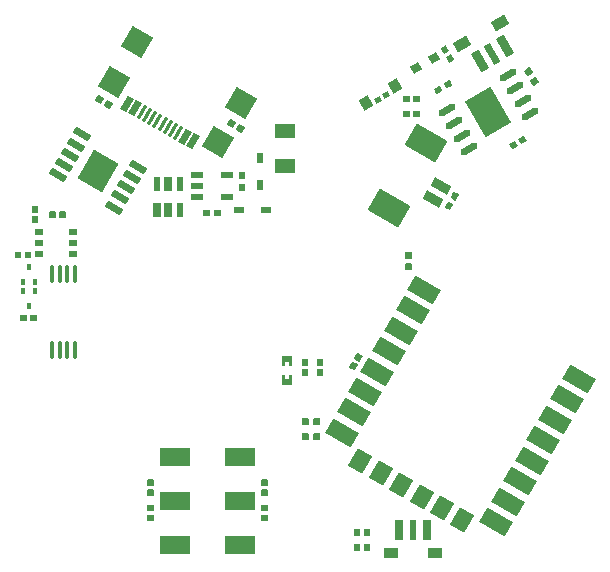
<source format=gtp>
G04 Layer: TopPasteMaskLayer*
G04 EasyEDA v6.5.22, 2023-01-18 14:56:14*
G04 eb7a50f388b942ddb5e33576d95934dd,93c32eb58a6e4653a9b851d96a472eee,10*
G04 Gerber Generator version 0.2*
G04 Scale: 100 percent, Rotated: No, Reflected: No *
G04 Dimensions in millimeters *
G04 leading zeros omitted , absolute positions ,4 integer and 5 decimal *
%FSLAX45Y45*%
%MOMM*%

%AMMACRO1*21,1,$1,$2,0,0,$3*%
%AMMACRO2*1,1,$1,$2,$3*1,1,$1,$4,$5*20,1,$1,$2,$3,$4,$5,0*%
%ADD10R,0.6300X0.8300*%
%ADD11R,0.8300X0.6300*%
%ADD12R,1.7280X1.1901*%
%ADD13MACRO1,0.88X1X-149.9997*%
%ADD14MACRO1,0.88X1X-150.0012*%
%ADD15MACRO1,0.53X0.44X29.9993*%
%ADD16R,0.4000X0.5100*%
%ADD17O,0.3999992X1.499997*%
%ADD18R,0.6223X1.2192*%
%ADD19MACRO1,1.2192X0.6198X-90.0000*%
%ADD20MACRO1,1.2192X0.621X90.0000*%
%ADD21MACRO1,1.2192X0.6236X-90.0000*%
%ADD22MACRO1,2.5X1.4X150.0002*%
%ADD23MACRO1,2.5X1.4X149.9999*%
%ADD24MACRO1,1.7X1.4X60.0000*%
%ADD25MACRO1,1.7X1.4X60.0004*%
%ADD26MACRO1,2.5X1.4X-29.9998*%
%ADD27MACRO1,0.6X1.5X-120.0003*%
%ADD28MACRO1,0.6X1.5X-119.9991*%
%ADD29MACRO1,2.8X2.4X60.0000*%
%ADD30MACRO2,0.6X-0.433X-0.25X0.433X0.25*%
%ADD31MACRO1,3.5001X2.4999X-59.9999*%
%ADD32R,0.8001X0.5105*%
%ADD33MACRO1,0.8X1.6X60.0006*%
%ADD34MACRO1,0.8X1.6X59.9997*%
%ADD35MACRO1,2.1X3X59.9996*%
%ADD36MACRO1,2.1X3X59.9999*%
%ADD37R,2.6000X1.5000*%
%ADD38MACRO1,0.7498X1.7998X-149.9999*%
%ADD39MACRO1,0.5999X1.7998X-149.9994*%
%ADD40MACRO1,0.7498X1.7999X-149.9999*%
%ADD41MACRO1,0.9002X1.3X-60.0000*%
%ADD42R,0.7500X1.8000*%
%ADD43R,0.5999X1.8000*%
%ADD44R,1.3000X0.9000*%
%ADD45R,1.0000X0.6000*%
%ADD46MACRO1,0.8X0.7X30.0003*%
%ADD47MACRO1,0.6X1.3X149.9997*%
%ADD48MACRO1,0.3X1.3X150.0030*%
%ADD49MACRO1,0.3X1.3X150.0006*%
%ADD50MACRO1,0.6X1.3X150.0009*%
%ADD51MACRO1,2X2X150.0001*%
%ADD52MACRO1,2X2X149.9997*%
%ADD53MACRO1,2X2X150.0004*%
%ADD54C,0.0112*%

%LPD*%
G36*
X-98704Y2928416D02*
G01*
X-103682Y2921406D01*
X-103682Y2873400D01*
X-98704Y2868422D01*
X-53695Y2868422D01*
X-48717Y2873400D01*
X-48717Y2921406D01*
X-53695Y2928416D01*
G37*
G36*
X-98704Y3024378D02*
G01*
X-103682Y3019399D01*
X-103682Y2971393D01*
X-98704Y2964383D01*
X-53695Y2964383D01*
X-48717Y2971393D01*
X-48717Y3019399D01*
X-53695Y3024378D01*
G37*
G36*
X-305206Y2707182D02*
G01*
X-312216Y2702204D01*
X-312216Y2657195D01*
X-305206Y2652217D01*
X-257200Y2652217D01*
X-252221Y2657195D01*
X-252221Y2702204D01*
X-257200Y2707182D01*
G37*
G36*
X-403199Y2707182D02*
G01*
X-408178Y2702204D01*
X-408178Y2657195D01*
X-403199Y2652217D01*
X-355193Y2652217D01*
X-348183Y2657195D01*
X-348183Y2702204D01*
X-355193Y2707182D01*
G37*
G36*
X264820Y1311706D02*
G01*
X259791Y1306677D01*
X259791Y1226718D01*
X264820Y1221689D01*
X344779Y1221689D01*
X349808Y1226718D01*
X349808Y1306677D01*
X344779Y1311706D01*
X322021Y1311706D01*
X322021Y1274673D01*
X289001Y1274673D01*
X289001Y1311706D01*
G37*
G36*
X264820Y1470710D02*
G01*
X259791Y1465681D01*
X259791Y1386687D01*
X264820Y1381709D01*
X289001Y1381709D01*
X289001Y1419707D01*
X322021Y1419707D01*
X322021Y1381709D01*
X344779Y1381709D01*
X349808Y1386687D01*
X349808Y1465681D01*
X344779Y1470710D01*
G37*
G36*
X904849Y1495856D02*
G01*
X899414Y1494434D01*
X874369Y1451051D01*
X875842Y1445615D01*
X915669Y1422603D01*
X921156Y1424076D01*
X946150Y1467408D01*
X944676Y1472895D01*
G37*
G36*
X862330Y1422196D02*
G01*
X856843Y1420723D01*
X831850Y1377391D01*
X833323Y1371904D01*
X873150Y1348943D01*
X878586Y1350365D01*
X903630Y1393748D01*
X902157Y1399184D01*
G37*
G36*
X434187Y1358087D02*
G01*
X430174Y1354124D01*
X430174Y1304036D01*
X434187Y1300022D01*
X480212Y1300022D01*
X484225Y1304036D01*
X484225Y1354124D01*
X480212Y1358087D01*
G37*
G36*
X434187Y1443177D02*
G01*
X430174Y1439164D01*
X430174Y1389075D01*
X434187Y1385112D01*
X480212Y1385112D01*
X484225Y1389075D01*
X484225Y1439164D01*
X480212Y1443177D01*
G37*
G36*
X-1912924Y2351125D02*
G01*
X-1916887Y2347112D01*
X-1916887Y2301087D01*
X-1912924Y2297074D01*
X-1862836Y2297074D01*
X-1858822Y2301087D01*
X-1858822Y2347112D01*
X-1862836Y2351125D01*
G37*
G36*
X-1997964Y2351125D02*
G01*
X-2001977Y2347112D01*
X-2001977Y2301087D01*
X-1997964Y2297074D01*
X-1947875Y2297074D01*
X-1943912Y2301087D01*
X-1943912Y2347112D01*
X-1947875Y2351125D01*
G37*
G36*
X-1863140Y1816201D02*
G01*
X-1867103Y1812188D01*
X-1867103Y1766163D01*
X-1863140Y1762150D01*
X-1813052Y1762150D01*
X-1809038Y1766163D01*
X-1809038Y1812188D01*
X-1813052Y1816201D01*
G37*
G36*
X-1948180Y1816201D02*
G01*
X-1952193Y1812188D01*
X-1952193Y1766163D01*
X-1948180Y1762150D01*
X-1898091Y1762150D01*
X-1894128Y1766163D01*
X-1894128Y1812188D01*
X-1898091Y1816201D01*
G37*
G36*
X561187Y1443177D02*
G01*
X557174Y1439164D01*
X557174Y1389075D01*
X561187Y1385112D01*
X607212Y1385112D01*
X611225Y1389075D01*
X611225Y1439164D01*
X607212Y1443177D01*
G37*
G36*
X561187Y1358087D02*
G01*
X557174Y1354124D01*
X557174Y1304036D01*
X561187Y1300022D01*
X607212Y1300022D01*
X611225Y1304036D01*
X611225Y1354124D01*
X607212Y1358087D01*
G37*
G36*
X957326Y1625D02*
G01*
X953312Y-2387D01*
X953312Y-48412D01*
X957326Y-52425D01*
X1007364Y-52425D01*
X1011377Y-48412D01*
X1011377Y-2387D01*
X1007364Y1625D01*
G37*
G36*
X872236Y1625D02*
G01*
X868222Y-2387D01*
X868222Y-48412D01*
X872236Y-52425D01*
X922274Y-52425D01*
X926287Y-48412D01*
X926287Y-2387D01*
X922274Y1625D01*
G37*
G36*
X957326Y-125374D02*
G01*
X953312Y-129387D01*
X953312Y-175412D01*
X957326Y-179425D01*
X1007364Y-179425D01*
X1011377Y-175412D01*
X1011377Y-129387D01*
X1007364Y-125374D01*
G37*
G36*
X872236Y-125374D02*
G01*
X868222Y-129387D01*
X868222Y-175412D01*
X872236Y-179425D01*
X922274Y-179425D01*
X926287Y-175412D01*
X926287Y-129387D01*
X922274Y-125374D01*
G37*
G36*
X1647850Y4099356D02*
G01*
X1608023Y4076395D01*
X1606550Y4070908D01*
X1631543Y4027576D01*
X1637030Y4026103D01*
X1676857Y4049115D01*
X1678330Y4054551D01*
X1653286Y4097934D01*
G37*
G36*
X1690370Y4025696D02*
G01*
X1650542Y4002735D01*
X1649069Y3997248D01*
X1674114Y3953865D01*
X1679549Y3952443D01*
X1719376Y3975404D01*
X1720850Y3980891D01*
X1695856Y4024223D01*
G37*
G36*
X-1851812Y2738577D02*
G01*
X-1855825Y2734564D01*
X-1855825Y2684475D01*
X-1851812Y2680512D01*
X-1805787Y2680512D01*
X-1801774Y2684475D01*
X-1801774Y2734564D01*
X-1805787Y2738577D01*
G37*
G36*
X-1851812Y2653487D02*
G01*
X-1855825Y2649524D01*
X-1855825Y2599436D01*
X-1851812Y2595422D01*
X-1805787Y2595422D01*
X-1801774Y2599436D01*
X-1801774Y2649524D01*
X-1805787Y2653487D01*
G37*
G36*
X1376426Y3544925D02*
G01*
X1372412Y3540912D01*
X1372412Y3494887D01*
X1376426Y3490874D01*
X1426464Y3490874D01*
X1430477Y3494887D01*
X1430477Y3540912D01*
X1426464Y3544925D01*
G37*
G36*
X1291336Y3544925D02*
G01*
X1287322Y3540912D01*
X1287322Y3494887D01*
X1291336Y3490874D01*
X1341374Y3490874D01*
X1345387Y3494887D01*
X1345387Y3540912D01*
X1341374Y3544925D01*
G37*
G36*
X-172008Y3473450D02*
G01*
X-177495Y3471976D01*
X-200456Y3432149D01*
X-199034Y3426714D01*
X-155651Y3401669D01*
X-150164Y3403142D01*
X-127203Y3442970D01*
X-128676Y3448456D01*
G37*
G36*
X-98348Y3430930D02*
G01*
X-103835Y3429457D01*
X-126796Y3389629D01*
X-125323Y3384143D01*
X-81991Y3359150D01*
X-76504Y3360623D01*
X-53543Y3400450D01*
X-54965Y3405886D01*
G37*
G36*
X1376426Y3671925D02*
G01*
X1372412Y3667912D01*
X1372412Y3621887D01*
X1376426Y3617874D01*
X1426464Y3617874D01*
X1430477Y3621887D01*
X1430477Y3667912D01*
X1426464Y3671925D01*
G37*
G36*
X1291336Y3671925D02*
G01*
X1287322Y3667912D01*
X1287322Y3621887D01*
X1291336Y3617874D01*
X1341374Y3617874D01*
X1345387Y3621887D01*
X1345387Y3667912D01*
X1341374Y3671925D01*
G37*
G36*
X-1705864Y2694025D02*
G01*
X-1709877Y2690012D01*
X-1709877Y2643987D01*
X-1705864Y2639974D01*
X-1655775Y2639974D01*
X-1651812Y2643987D01*
X-1651812Y2690012D01*
X-1655775Y2694025D01*
G37*
G36*
X-1620824Y2694025D02*
G01*
X-1624787Y2690012D01*
X-1624787Y2643987D01*
X-1620824Y2639974D01*
X-1570736Y2639974D01*
X-1566722Y2643987D01*
X-1566722Y2690012D01*
X-1570736Y2694025D01*
G37*
G36*
X-1215948Y3634130D02*
G01*
X-1221384Y3632657D01*
X-1244396Y3592829D01*
X-1242923Y3587343D01*
X-1199591Y3562350D01*
X-1194104Y3563823D01*
X-1171143Y3603650D01*
X-1172565Y3609086D01*
G37*
G36*
X-1289608Y3676650D02*
G01*
X-1295095Y3675176D01*
X-1318056Y3635349D01*
X-1316634Y3629914D01*
X-1273251Y3604869D01*
X-1267815Y3606342D01*
X-1244803Y3646170D01*
X-1246276Y3651656D01*
G37*
G36*
X2305608Y3333750D02*
G01*
X2262276Y3308756D01*
X2260803Y3303270D01*
X2283764Y3263442D01*
X2289251Y3261969D01*
X2332634Y3287014D01*
X2334056Y3292449D01*
X2311095Y3332276D01*
G37*
G36*
X2231948Y3291230D02*
G01*
X2188565Y3266186D01*
X2187143Y3260750D01*
X2210104Y3220923D01*
X2215591Y3219450D01*
X2258923Y3244443D01*
X2260396Y3249930D01*
X2237435Y3289757D01*
G37*
G36*
X91287Y126187D02*
G01*
X87274Y122224D01*
X87274Y72136D01*
X91287Y68122D01*
X137312Y68122D01*
X141325Y72136D01*
X141325Y122224D01*
X137312Y126187D01*
G37*
G36*
X91287Y211277D02*
G01*
X87274Y207264D01*
X87274Y157175D01*
X91287Y153212D01*
X137312Y153212D01*
X141325Y157175D01*
X141325Y207264D01*
X137312Y211277D01*
G37*
G36*
X91287Y342087D02*
G01*
X87274Y338124D01*
X87274Y288036D01*
X91287Y284022D01*
X137312Y284022D01*
X141325Y288036D01*
X141325Y338124D01*
X137312Y342087D01*
G37*
G36*
X91287Y427177D02*
G01*
X87274Y423164D01*
X87274Y373075D01*
X91287Y369112D01*
X137312Y369112D01*
X141325Y373075D01*
X141325Y423164D01*
X137312Y427177D01*
G37*
G36*
X-873912Y211277D02*
G01*
X-877925Y207264D01*
X-877925Y157175D01*
X-873912Y153212D01*
X-827887Y153212D01*
X-823874Y157175D01*
X-823874Y207264D01*
X-827887Y211277D01*
G37*
G36*
X-873912Y126187D02*
G01*
X-877925Y122224D01*
X-877925Y72136D01*
X-873912Y68122D01*
X-827887Y68122D01*
X-823874Y72136D01*
X-823874Y122224D01*
X-827887Y126187D01*
G37*
G36*
X-873912Y342087D02*
G01*
X-877925Y338124D01*
X-877925Y288036D01*
X-873912Y284022D01*
X-827887Y284022D01*
X-823874Y288036D01*
X-823874Y338124D01*
X-827887Y342087D01*
G37*
G36*
X-873912Y427177D02*
G01*
X-877925Y423164D01*
X-877925Y373075D01*
X-873912Y369112D01*
X-827887Y369112D01*
X-823874Y373075D01*
X-823874Y423164D01*
X-827887Y427177D01*
G37*
G36*
X1310995Y2351278D02*
G01*
X1306017Y2346299D01*
X1306017Y2298293D01*
X1310995Y2291283D01*
X1356004Y2291283D01*
X1360982Y2298293D01*
X1360982Y2346299D01*
X1356004Y2351278D01*
G37*
G36*
X1310995Y2255316D02*
G01*
X1306017Y2248306D01*
X1306017Y2200300D01*
X1310995Y2195322D01*
X1356004Y2195322D01*
X1360982Y2200300D01*
X1360982Y2248306D01*
X1356004Y2255316D01*
G37*
G36*
X435000Y814882D02*
G01*
X430022Y809904D01*
X430022Y764895D01*
X435000Y759917D01*
X483006Y759917D01*
X490016Y764895D01*
X490016Y809904D01*
X483006Y814882D01*
G37*
G36*
X532993Y814882D02*
G01*
X525983Y809904D01*
X525983Y764895D01*
X532993Y759917D01*
X580999Y759917D01*
X585978Y764895D01*
X585978Y809904D01*
X580999Y814882D01*
G37*
G36*
X435000Y941882D02*
G01*
X430022Y936904D01*
X430022Y891895D01*
X435000Y886917D01*
X483006Y886917D01*
X490016Y891895D01*
X490016Y936904D01*
X483006Y941882D01*
G37*
G36*
X532993Y941882D02*
G01*
X525983Y936904D01*
X525983Y891895D01*
X532993Y886917D01*
X580999Y886917D01*
X585978Y891895D01*
X585978Y936904D01*
X580999Y941882D01*
G37*
G36*
X1675079Y3806799D02*
G01*
X1633524Y3782822D01*
X1629918Y3774998D01*
X1652422Y3736035D01*
X1661007Y3735171D01*
X1702562Y3759200D01*
X1704390Y3766007D01*
X1681886Y3804970D01*
G37*
G36*
X1590192Y3757828D02*
G01*
X1548638Y3733800D01*
X1546809Y3726992D01*
X1569313Y3688029D01*
X1576120Y3686200D01*
X1617726Y3710178D01*
X1621282Y3718001D01*
X1598777Y3756964D01*
G37*
G36*
X1721307Y2860090D02*
G01*
X1714500Y2858262D01*
X1690471Y2816707D01*
X1691335Y2808122D01*
X1730298Y2785618D01*
X1738122Y2789224D01*
X1762099Y2830779D01*
X1760270Y2837586D01*
G37*
G36*
X1673301Y2776982D02*
G01*
X1665478Y2773375D01*
X1641500Y2731820D01*
X1643329Y2725013D01*
X1682292Y2702509D01*
X1689100Y2704338D01*
X1713128Y2745892D01*
X1712264Y2754477D01*
G37*
G36*
X2403398Y3831082D02*
G01*
X2364435Y3808577D01*
X2363571Y3799992D01*
X2387600Y3758437D01*
X2394407Y3756609D01*
X2433370Y3779113D01*
X2435199Y3785920D01*
X2411222Y3827475D01*
G37*
G36*
X2355392Y3914190D02*
G01*
X2316429Y3891686D01*
X2314600Y3884879D01*
X2338578Y3843324D01*
X2346401Y3839718D01*
X2385364Y3862222D01*
X2386228Y3870807D01*
X2362200Y3912362D01*
G37*
D10*
G01*
X76301Y2921304D03*
G01*
X76301Y3149295D03*
D11*
G01*
X-101193Y2705100D03*
G01*
X126796Y2705100D03*
D12*
G01*
X292100Y3370300D03*
G01*
X292100Y3081299D03*
D13*
G01*
X1223476Y3754895D03*
D14*
G01*
X972328Y3609894D03*
D15*
G01*
X1078128Y3638646D03*
G01*
X1145677Y3677645D03*
D16*
G01*
X-1879701Y2223922D03*
G01*
X-1929688Y2093899D03*
G01*
X-1829688Y2093899D03*
G01*
X-1880463Y1889175D03*
G01*
X-1830451Y2019198D03*
G01*
X-1930450Y2019198D03*
D17*
G01*
X-1685036Y1521460D03*
G01*
X-1620012Y1521460D03*
G01*
X-1554987Y1521460D03*
G01*
X-1489963Y1521460D03*
G01*
X-1685036Y2161539D03*
G01*
X-1620012Y2161539D03*
G01*
X-1554987Y2161539D03*
G01*
X-1489963Y2161539D03*
D18*
G01*
X-603554Y2709468D03*
D19*
G01*
X-793554Y2709468D03*
D18*
G01*
X-793546Y2929458D03*
D20*
G01*
X-698540Y2929468D03*
D18*
G01*
X-603554Y2929458D03*
D21*
G01*
X-698540Y2709468D03*
D22*
G01*
X2776373Y1275621D03*
D23*
G01*
X2676352Y1102428D03*
D22*
G01*
X2576374Y929212D03*
G01*
X2476308Y756044D03*
G01*
X2376374Y582801D03*
G01*
X2276440Y409558D03*
D23*
G01*
X2176330Y236418D03*
G01*
X2076198Y63289D03*
D24*
G01*
X1790143Y78229D03*
G01*
X1616976Y178295D03*
G01*
X1443838Y278256D03*
G01*
X1270567Y378294D03*
D25*
G01*
X1097498Y478275D03*
D24*
G01*
X924393Y578043D03*
D26*
G01*
X768549Y818260D03*
G01*
X868483Y991504D03*
G01*
X968482Y1164708D03*
G01*
X1068482Y1337913D03*
G01*
X1168482Y1511118D03*
G01*
X1268482Y1684323D03*
G01*
X1368482Y1857527D03*
G01*
X1468481Y2030732D03*
D27*
G01*
X-1433600Y3346080D03*
G01*
X-1483600Y3259476D03*
G01*
X-1533599Y3172875D03*
D28*
G01*
X-1583599Y3086272D03*
D27*
G01*
X-1633599Y2999670D03*
G01*
X-1157298Y2724677D03*
D28*
G01*
X-1107299Y2811279D03*
D27*
G01*
X-1057299Y2897882D03*
G01*
X-1007299Y2984483D03*
G01*
X-957299Y3071087D03*
D29*
G01*
X-1295449Y3035377D03*
D30*
G01*
X1658061Y3548810D03*
G01*
X1721561Y3438829D03*
G01*
X1785061Y3328846D03*
G01*
X1848561Y3218864D03*
G01*
X2172792Y3845990D03*
G01*
X2236292Y3736008D03*
G01*
X2299792Y3626026D03*
G01*
X2363292Y3516044D03*
D31*
G01*
X2010670Y3532423D03*
D32*
G01*
X-1795779Y2519679D03*
G01*
X-1795779Y2425700D03*
G01*
X-1795779Y2331720D03*
G01*
X-1506220Y2331720D03*
G01*
X-1506220Y2425700D03*
G01*
X-1506220Y2519679D03*
D33*
G01*
X1605589Y2908999D03*
D34*
G01*
X1543093Y2800751D03*
D35*
G01*
X1164446Y2724900D03*
D36*
G01*
X1481946Y3274827D03*
D37*
G01*
X-643305Y-128701D03*
G01*
X-643305Y241300D03*
G01*
X-643305Y611301D03*
G01*
X-93294Y-128701D03*
G01*
X-93294Y241300D03*
G01*
X-93294Y611301D03*
D38*
G01*
X2148739Y4091607D03*
D39*
G01*
X2041376Y4029621D03*
D40*
G01*
X1936563Y3969106D03*
D41*
G01*
X2105370Y4291728D03*
G01*
X1784940Y4106730D03*
D42*
G01*
X1249095Y-4089D03*
D43*
G01*
X1373073Y-4089D03*
D42*
G01*
X1494104Y-4089D03*
D44*
G01*
X1186611Y-199085D03*
G01*
X1556588Y-199085D03*
D45*
G01*
X-200177Y3003295D03*
G01*
X-200177Y2813304D03*
G01*
X-460222Y2813304D03*
G01*
X-460222Y2908300D03*
G01*
X-460222Y3003295D03*
D46*
G01*
X1395251Y3904682D03*
G01*
X1551148Y3994689D03*
D47*
G01*
X-1047325Y3605430D03*
G01*
X-978062Y3565428D03*
D48*
G01*
X-921771Y3532929D03*
G01*
X-878459Y3507922D03*
D49*
G01*
X-835168Y3482929D03*
G01*
X-791856Y3457922D03*
D48*
G01*
X-748565Y3432929D03*
G01*
X-705253Y3407923D03*
G01*
X-661964Y3382929D03*
G01*
X-618652Y3357923D03*
D50*
G01*
X-562362Y3325423D03*
D47*
G01*
X-493072Y3285418D03*
D51*
G01*
X-1161873Y3787021D03*
G01*
X-966872Y4124770D03*
D52*
G01*
X-83527Y3614771D03*
D53*
G01*
X-278528Y3277022D03*
M02*

</source>
